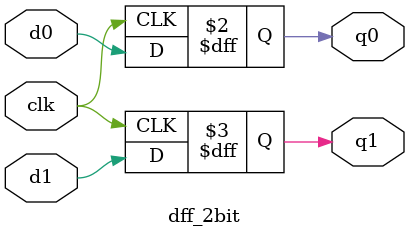
<source format=sv>
module dff_2bit(
    input  logic d0, d1,
    input logic clk,
    output logic q0, q1
);

    always_ff@(posedge clk) begin
        q0 <= d0;
        q1 <= d1;
    end

endmodule
</source>
